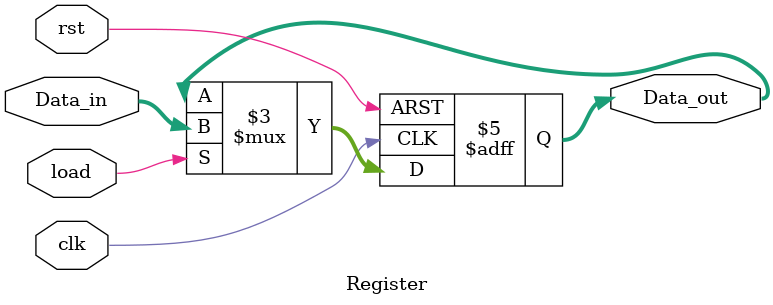
<source format=sv>
`timescale 1ns / 1ps

module Register(clk, rst, load, Data_in, Data_out);
input clk, rst, load;
 input [3:0] Data_in;
 output reg [3:0] Data_out;


 always @(posedge clk or posedge rst)
 
	if (rst)
		Data_out = 0;
		
	else if (load)
		Data_out = Data_in;
	
	else 
		Data_out = Data_out;
 
endmodule
</source>
